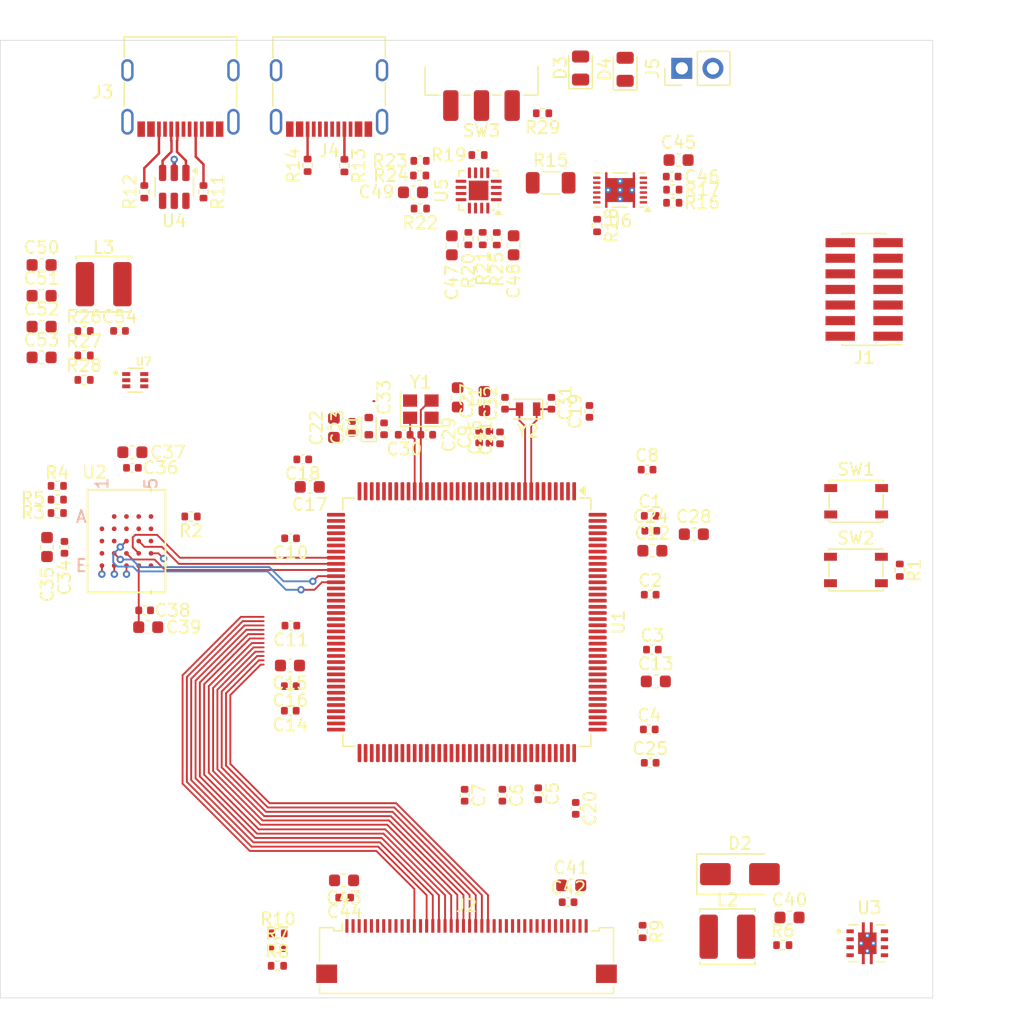
<source format=kicad_pcb>
(kicad_pcb (version 20241229) (generator "pcbnew") (generator_version "9.0")
  (layers (0 "F.Cu" signal) (2 "B.Cu" signal) (13 "F.Paste" user) (15 "B.Paste" user) (5 "F.SilkS" user "F.Silkscreen") (7 "B.SilkS" user "B.Silkscreen") (1 "F.Mask" user) (3 "B.Mask" user) (25 "Edge.Cuts" user))
  (net 0 "")
  (net 1 "GND")
  (net 2 "VDD_MCU")
  (net 3 "VDD_SMPS")
  (net 4 "GNDA")
  (net 5 "VDDA")
  (net 6 "VBAT")
  (net 7 "VDDUSB")
  (net 8 "VDDDSI")
  (net 9 "VREFP")
  (net 10 "V11")
  (net 11 "/MCU/RCC_OSC_IN")
  (net 12 "/MCU/RCC_OSC_OUT")
  (net 13 "/MCU/RCC_OSC32_IN")
  (net 14 "/MCU/RCC_OSC32_OUT")
  (net 15 "/MCU/NRST")
  (net 16 "+3V3")
  (net 17 "/DISPLAY/LED_A")
  (net 18 "BAT_IN")
  (net 19 "+1V8")
  (net 20 "VBUS")
  (net 21 "VOUT")
  (net 22 "+5V")
  (net 23 "VIN")
  (net 24 "Net-(D2-A)")
  (net 25 "Net-(D3-K)")
  (net 26 "Net-(D4-K)")
  (net 29 "/MCU/VCP_TX")
  (net 31 "/MCU/VCP_RX")
  (net 33 "/MCU/SWO")
  (net 34 "/MCU/SWCLK")
  (net 36 "/MCU/SWDIO")
  (net 37 "/DISPLAY/LCD_G5")
  (net 38 "/DISPLAY/LCD_VSYNC")
  (net 39 "/DISPLAY/LCD_SPI_CS")
  (net 40 "/DISPLAY/CTP_INT")
  (net 41 "/DISPLAY/LCD_B6")
  (net 42 "/DISPLAY/LCD_G2")
  (net 43 "/DISPLAY/LCD_B3")
  (net 44 "/DISPLAY/LCD_SPI_CLK")
  (net 45 "/DISPLAY/LCD_R7")
  (net 46 "/DISPLAY/LCD_R5")
  (net 47 "/DISPLAY/LCD_R3")
  (net 48 "/DISPLAY/LCD_B5")
  (net 49 "/DISPLAY/LCD_HSYNC")
  (net 50 "/DISPLAY/LCD_G3")
  (net 51 "/DISPLAY/LCD_B7")
  (net 52 "/DISPLAY/CTP_SCL")
  (net 53 "/DISPLAY/LCD_B4")
  (net 55 "/DISPLAY/LCD_DE")
  (net 56 "/DISPLAY/CTP_RST")
  (net 57 "/DISPLAY/LCD_SPI_DAT")
  (net 58 "/DISPLAY/LCD_G7")
  (net 59 "/DISPLAY/LCD_R4")
  (net 60 "/DISPLAY/LCD_R6")
  (net 61 "/DISPLAY/LCD_G6")
  (net 62 "/DISPLAY/LED_K")
  (net 63 "/DISPLAY/CTP_SDA")
  (net 64 "/DISPLAY/LCD_PCLK")
  (net 65 "/DISPLAY/LCD_G4")
  (net 67 "/DISPLAY/LCD_RST")
  (net 68 "VLX_SMPS")
  (net 69 "Net-(U7-SW)")
  (net 70 "/MCU/BOOT0")
  (net 71 "/OCTOSPI/~{ECS}")
  (net 72 "/MCU/~{OSPI_CS}")
  (net 73 "/MCU/OSPI_SCLK")
  (net 74 "/DISPLAY/FB")
  (net 75 "Net-(J3-CC1)")
  (net 76 "Net-(J3-CC2)")
  (net 77 "Net-(J4-CC1)")
  (net 78 "Net-(J4-CC2)")
  (net 79 "/USB/GAUGE_SDA")
  (net 80 "/USB/GAUGE_SCL")
  (net 81 "/USB/GPOUT")
  (net 82 "/USB/~{CE}")
  (net 83 "Net-(U5-TMR)")
  (net 84 "Net-(U5-ISET)")
  (net 85 "Net-(U5-ILIM)")
  (net 86 "Net-(U5-~{PGOOD})")
  (net 87 "Net-(U5-~{CHG})")
  (net 88 "Net-(U5-TS)")
  (net 89 "Net-(U7-EN)")
  (net 90 "Net-(U7-FB)")
  (net 91 "Net-(SW3-A)")
  (net 92 "/USB/SYSOFF")
  (net 97 "/MCU/SIO2")
  (net 100 "/MCU/SIO6")
  (net 105 "/MCU/SIO4")
  (net 126 "/MCU/SIO5")
  (net 127 "/MCU/SIO3")
  (net 144 "/MCU/SIO1")
  (net 152 "/MCU/SIO0")
  (net 156 "/MCU/SIO7")
  (net 172 "/OCTOSPI/~{RESET}")
  (net 173 "/OCTOSPI/DQS")
  (net 179 "/USB/USB_CN_D-")
  (net 180 "/USB/USB_D+")
  (net 181 "/USB/USB_D-")
  (net 182 "/USB/USB_CN_D+")
  (net 183 "/USB/EN1")
  (net 184 "/USB/EN2")
  (net 187 "/USB/TS")
  (net 197 "/DISPLAY/BL_EN")
  (net 198 "Net-(U2-~{CS})")
  (net 199 "Net-(U2-SCLK)")
  (footprint "Resistor_SMD:R_0402_1005Metric" (layer "F.Cu") (at 138.4554 70.5358 -90)
    (property "Reference" "R18")
    (property "Value" "2K2")
  )
  (footprint "Capacitor_SMD:C_0603_1608Metric" (layer "F.Cu") (at 93.1802 76.26)
    (property "Reference" "C51")
    (property "Value" "22uF")
  )
  (footprint "Resistor_SMD:R_0402_1005Metric" (layer "F.Cu") (at 94.4586 93.9546)
    (property "Reference" "R3")
    (property "Value" "33R")
  )
  (footprint "Resistor_SMD:R_0402_1005Metric" (layer "F.Cu") (at 129.1336 71.6026 -90)
    (property "Reference" "R21")
    (property "Value" "590R")
  )
  (footprint "Connector_USB:USB_C_Receptacle_G-Switch_GT-USB-7010ASV" (layer "F.Cu") (at 116.6114 58.9616 180)
    (property "Reference" "J4")
    (property "Value" "USB_C_Receptacle_USB2.0_16P")
  )
  (footprint "Capacitor_SMD:C_0603_1608Metric" (layer "F.Cu") (at 154.1402 126.8984)
    (property "Reference" "C40")
    (property "Value" "4.7uF")
  )
  (footprint "Capacitor_SMD:C_0603_1608Metric" (layer "F.Cu") (at 113.423 106.3736 180)
    (property "Reference" "C15")
    (property "Value" "10uF")
  )
  (footprint "Capacitor_SMD:C_0603_1608Metric" (layer "F.Cu") (at 136.3472 124.2822)
    (property "Reference" "C41")
    (property "Value" "4.7uF")
  )
  (footprint "Resistor_SMD:R_0402_1005Metric" (layer "F.Cu") (at 112.397 130.8354)
    (property "Reference" "R8")
    (property "Value" "2K2")
  )
  (footprint "LED_SMD:LED_0805_2012Metric" (layer "F.Cu") (at 140.7414 57.8104 90)
    (property "Reference" "D4")
    (property "Value" "LED_RED")
  )
  (footprint "Capacitor_SMD:C_0402_1005Metric" (layer "F.Cu") (at 113.4992 103.1224 180)
    (property "Reference" "C11")
    (property "Value" "100nF")
  )
  (footprint "Crystal:Crystal_SMD_2520-4Pin_2.5x2.0mm" (layer "F.Cu") (at 124.0882 85.4948)
    (property "Reference" "Y1")
    (property "Value" "16MHz")
  )
  (footprint "Inductor_SMD:L_0603_1608Metric" (layer "F.Cu") (at 127.0882 84.5296 -90)
    (property "Reference" "L1")
    (property "Value" "2.2uH")
  )
  (footprint "Capacitor_SMD:C_0402_1005Metric" (layer "F.Cu") (at 142.9632 105.0782)
    (property "Reference" "C3")
    (property "Value" "100nF")
  )
  (footprint "Capacitor_SMD:C_0402_1005Metric" (layer "F.Cu") (at 136.0932 125.6538)
    (property "Reference" "C42")
    (property "Value" "100nF")
  )
  (footprint "Connector_PinHeader_1.27mm:PinHeader_2x07_P1.27mm_Vertical_SMD" (layer "F.Cu") (at 160.2232 75.7428 180)
    (property "Reference" "J1")
    (property "Value" "Conn_ST_STDC14")
  )
  (footprint "Capacitor_SMD:C_0402_1005Metric" (layer "F.Cu") (at 113.4484 108.05 180)
    (property "Reference" "C16")
    (property "Value" "100nF")
  )
  (footprint "Resistor_SMD:R_0402_1005Metric" (layer "F.Cu") (at 128.7526 64.7954)
    (property "Reference" "R19")
    (property "Value" "100K")
  )
  (footprint "Capacitor_SMD:C_0603_1608Metric" (layer "F.Cu") (at 142.9632 97.0264)
    (property "Reference" "C12")
    (property "Value" "10uF")
  )
  (footprint "Capacitor_SMD:C_0402_1005Metric" (layer "F.Cu") (at 137.8324 85.6752 90)
    (property "Reference" "C19")
    (property "Value" "100nF")
  )
  (footprint "Capacitor_SMD:C_0603_1608Metric" (layer "F.Cu") (at 93.1802 73.75)
    (property "Reference" "C50")
    (property "Value" "22uF")
  )
  (footprint "Capacitor_SMD:C_0402_1005Metric" (layer "F.Cu") (at 142.7854 94.1816)
    (property "Reference" "C1")
    (property "Value" "100nF")
  )
  (footprint "Capacitor_SMD:C_0402_1005Metric" (layer "F.Cu") (at 124.571 87.5776)
    (property "Reference" "C29")
    (property "Value" "12pF")
  )
  (footprint "Capacitor_SMD:C_0402_1005Metric" (layer "F.Cu") (at 136.7148 118.0094 -90)
    (property "Reference" "C20")
    (property "Value" "100nF")
  )
  (footprint "Resistor_SMD:R_0402_1005Metric" (layer "F.Cu") (at 127.9652 71.6026 -90)
    (property "Reference" "R20")
    (property "Value" "18K")
  )
  (footprint "Capacitor_SMD:C_0603_1608Metric" (layer "F.Cu") (at 129.2726 84.8344 90)
    (property "Reference" "C27")
    (property "Value" "2.2uF")
  )
  (footprint "Resistor_SMD:R_0402_1005Metric" (layer "F.Cu") (at 117.8614 65.659 -90)
    (property "Reference" "R13")
    (property "Value" "5K1")
  )
  (footprint "Resistor_SMD:R_0402_1005Metric" (layer "F.Cu") (at 163.1266 98.611 -90)
    (property "Reference" "R1")
    (property "Value" "10K")
  )
  (footprint "Capacitor_SMD:C_0603_1608Metric" (layer "F.Cu") (at 131.6522 72.1463 -90)
    (property "Reference" "C48")
    (property "Value" "10uF")
  )
  (footprint "Capacitor_SMD:C_0603_1608Metric" (layer "F.Cu") (at 143.2426 107.669)
    (property "Reference" "C13")
    (property "Value" "4.7uF")
  )
  (footprint "Capacitor_SMD:C_0402_1005Metric" (layer "F.Cu") (at 142.7854 114.2984)
    (property "Reference" "C25")
    (property "Value" "100nF")
  )
  (footprint "Capacitor_SMD:C_0402_1005Metric" (layer "F.Cu") (at 101.5766 101.8794)
    (property "Reference" "C38")
    (property "Value" "100nF")
  )
  (footprint "Resistor_SMD:R_0402_1005Metric" (layer "F.Cu") (at 144.6256 68.6816 180)
    (property "Reference" "R16")
    (property "Value" "2K2")
  )
  (footprint "Resistor_SMD:R_0402_1005Metric" (layer "F.Cu") (at 105.3612 94.234 180)
    (property "Reference" "R2")
    (property "Value" "10K")
  )
  (footprint "Capacitor_SMD:C_0603_1608Metric" (layer "F.Cu") (at 117.0044 87.0188 90)
    (property "Reference" "C22")
    (property "Value" "1uF")
  )
  (footprint "Capacitor_SMD:C_0402_1005Metric" (layer "F.Cu") (at 114.467 89.5842 180)
    (property "Reference" "C18")
    (property "Value" "100nF")
  )
  (footprint "TPS61042DRBT:IC_DRV8601DRBT" (layer "F.Cu") (at 160.4802 128.9968)
    (property "Reference" "U3")
    (property "Value" "TPS61042DRBT")
  )
  (footprint "Capacitor_SMD:C_0402_1005Metric" (layer "F.Cu") (at 142.8336 95.4008)
    (property "Reference" "C24")
    (property "Value" "100nF")
  )
  (footprint "Resistor_SMD:R_0402_1005Metric" (layer "F.Cu") (at 124.0242 65.2677 180)
    (property "Reference" "R23")
    (property "Value" "180R")
  )
  (footprint "Connector_FFC-FPC:Omron_XF2M-4015-1A_1x40-1MP_P0.5mm_Horizontal" (layer "F.Cu") (at 127.8144 129.6342)
    (property "Reference" "J2")
    (property "Value" "LCD_ST7701s")
  )
  (footprint "Button_Switch_SMD:SW_SPDT_CK_JS102011SAQN" (layer "F.Cu") (at 129.032 58.0156 180)
    (property "Reference" "SW3")
    (property "Value" "SW_SPDT")
  )
  (footprint "Capacitor_SMD:C_0402_1005Metric" (layer "F.Cu") (at 130.7338 116.9416 -90)
    (property "Reference" "C6")
    (property "Value" "100nF")
  )
  (footprint "Capacitor_SMD:C_0402_1005Metric" (layer "F.Cu") (at 142.5314 90.4224)
    (property "Reference" "C8")
    (property "Value" "100nF")
  )
  (footprint "Crystal:Crystal_SMD_2012-2Pin_2.0x1.2mm" (layer "F.Cu") (at 132.8286 85.4948 180)
    (property "Reference" "Y2")
    (property "Value" "32.768KHz")
  )
  (footprint "Capacitor_SMD:C_0603_1608Metric" (layer "F.Cu") (at 100.58 89.0016 180)
    (property "Reference" "C37")
    (property "Value" "4.7uF")
  )
  (footprint "Resistor_SMD:R_0402_1005Metric" (layer "F.Cu") (at 123.9948 66.4615 180)
    (property "Reference" "R24")
    (property "Value" "1K")
  )
  (footprint "Capacitor_SMD:C_0402_1005Metric" (layer "F.Cu") (at 130.949 85.0148 90)
    (property "Reference" "C32")
    (property "Value" "12pF")
  )
  (footprint "Capacitor_SMD:C_0603_1608Metric" (layer "F.Cu") (at 93.1802 78.77)
    (property "Reference" "C52")
    (property "Value" "22uF")
  )
  (footprint "Capacitor_SMD:C_0603_1608Metric" (layer "F.Cu") (at 126.619 72.149 -90)
    (property "Reference" "C47")
    (property "Value" "1uF")
  )
  (footprint "Resistor_SMD:R_0402_1005Metric" (layer "F.Cu") (at 112.3716 129.3876)
    (property "Reference" "R7")
    (property "Value" "2K2")
  )
  (footprint "Resistor_SMD:R_0402_1005Metric" (layer "F.Cu") (at 94.4586 92.8624)
    (property "Reference" "R5")
    (property "Value" "10K")
  )
  (footprint "Capacitor_SMD:C_0603_1608Metric" (layer "F.Cu") (at 117.8306 123.8758 180)
    (property "Reference" "C43")
    (property "Value" "4.7uF")
  )
  (footprint "Capacitor_SMD:C_0402_1005Metric" (layer "F.Cu") (at 142.7854 100.6078)
    (property "Reference" "C2")
    (property "Value" "100nF")
  )
  (footprint "Package_SON:Texas_S-PDSO-N12" (layer "F.Cu") (at 140.33 67.6482 180)
    (property "Reference" "U6")
    (property "Value" "BQ27441DRZR-G1A")
  )
  (footprint "LED_SMD:LED_0805_2012Metric" (layer "F.Cu") (at 137.1092 57.7088 90)
    (property "Reference" "D3")
    (property "Value" "LED_GREEN")
  )
  (footprint "Capacitor_SMD:C_0402_1005Metric" (layer "F.Cu") (at 144.5742 66.548)
    (property "Reference" "C46")
    (property "Value" "0.47uF")
  )
  (footprint "Capacitor_SMD:C_0402_1005Metric" (layer "F.Cu") (at 130.5426 87.8316 90)
    (property "Reference" "C21")
    (property "Value" "100nF")
  )
  (footprint "Resistor_SMD:R_0402_1005Metric" (layer "F.Cu") (at 114.8614 65.6336 -90)
    (property "Reference" "R14")
    (property "Value" "5K1")
  )
  (footprint "Capacitor_SMD:C_0402_1005Metric" (layer "F.Cu") (at 121.0938 87.0976 90)
    (property "Reference" "C33")
    (property "Value" "100nF")
  )
  (footprint "Button_Switch_SMD:SW_SPST_PTS810" (layer "F.Cu") (at 159.553 98.5938)
    (property "Reference" "SW2")
    (property "Value" "SW_Push")
  )
  (footprint "Capacitor_SMD:C_0402_1005Metric" (layer "F.Cu") (at 122.7332 87.5776 180)
    (property "Reference" "C30")
    (property "Value" "12pF")
  )
  (footprint "Capacitor_SMD:C_0402_1005Metric" (layer "F.Cu") (at 128.8408 87.7554 90)
    (property "Reference" "C9")
    (property "Value" "100nF")
  )
  (footprint "Capacitor_SMD:C_0603_1608Metric" (layer "F.Cu") (at 93.1802 81.28)
    (property "Reference" "C53")
    (property "Value" "10uF")
  )
  (footprint "Button_Switch_SMD:SW_SPST_PTS810" (layer "F.Cu") (at 159.5706 92.9976)
    (property "Reference" "SW1")
    (property "Value" "SW_Push")
  )
  (footprint "Resistor_SMD:R_0402_1005Metric" (layer "F.Cu") (at 106.3752 67.7906 -90)
    (property "Reference" "R11")
    (property "Value" "5K1")
  )
  (footprint "Package_DFN_QFN:VQFN-16-1EP_3x3mm_P0.5mm_EP1.6x1.6mm" (layer "F.Cu") (at 128.7994 67.6807 180)
    (property "Reference" "U5")
    (property "Value" "BQ24075RGT")
  )
  (footprint "Resistor_SMD:R_0402_1005Metric" (layer "F.Cu") (at 94.4586 91.7448 180)
    (property "Reference" "R4")
    (property "Value" "33R")
  )
  (footprint "Connector_USB:USB_C_Receptacle_G-Switch_GT-USB-7010ASV" (layer "F.Cu") (at 104.4936 58.9616 180)
    (property "Reference" "J3")
    (property "Value" "USB_C_Receptacle_USB2.0_16P")
  )
  (footprint "Capacitor_SMD:C_0402_1005Metric" (layer "F.Cu") (at 118.4776 86.9706 90)
    (property "Reference" "C23")
    (property "Value" "100nF")
  )
  (footprint "Capacitor_SMD:C_0402_1005Metric" (layer "F.Cu") (at 117.8814 125.2728 180)
    (property "Reference" "C44")
    (property "Value" "100nF")
  )
  (footprint "Resistor_SMD:R_0402_1005Metric" (layer "F.Cu") (at 96.6402 79.13)
    (property "Reference" "R26")
    (property "Value" "100K")
  )
  (footprint "Package_QFP:LQFP-144_20x20mm_P0.5mm" (layer "F.Cu") (at 127.8382 102.8446 -90)
    (property "Reference" "U1")
    (property "Value" "STM32U5G9ZJTxQ")
  )
  (footprint "Resistor_SMD:R_0402_1005Metric" (layer "F.Cu") (at 142.1638 128.0414 -90)
    (property "Reference" "R9")
    (property "Value" "10K")
  )
  (footprint "Capacitor_SMD:C_0402_1005Metric" (layer "F.Cu") (at 113.4738 96.0104 180)
    (property "Reference" "C10")
    (property "Value" "100nF")
  )
  (footprint "Capacitor_SMD:C_0402_1005Metric" (layer "F.Cu") (at 129.679 87.7808 90)
    (property "Reference" "C26")
    (property "Value" "100nF")
  )
  (footprint "MX66LM1G45GXDI00:CSP24BGA_MAC-M" (layer "F.Cu") (at 100.0966 96.2381)
    (property "Reference" "U2")
    (property "Value" "MX66LM1G45GXDI00")
  )
  (footprint "Resistor_SMD:R_0402_1005Metric" (layer "F.Cu") (at 96.6402 81.12)
    (property "Reference" "R27")
    (property "Value" "732K")
  )
  (footprint "Capacitor_SMD:C_0603_1608Metric" (layer "F.Cu") (at 145.0978 65.2018)
    (property "Reference" "C45")
    (property "Value" "1uF")
  )
  (footprint "Capacitor_SMD:C_0402_1005Metric" (layer "F.Cu") (at 127.6604 116.9416 -90)
    (property "Reference" "C7")
    (property "Value" "100nF")
  )
  (footprint "Capacitor_SMD:C_0402_1005Metric" (layer "F.Cu") (at 100.58 90.2716 180)
    (property "Reference" "C36")
    (property "Value" "100nF")
  )
  (footprint "Capacitor_SMD:C_0402_1005Metric" (layer "F.Cu") (at 133.6548 116.8172 -90)
    (property "Reference" "C5")
    (property "Value" "100nF")
  )
  (footprint "TPS61023DRLT:SOT50P160X60-6N" (layer "F.Cu") (at 100.8126 83.1342)
    (property "Reference" "U7")
    (property "Value" "TPS61023DRLT")
  )
  (footprint "Diode_SMD:D_SOD-523" (layer "F.Cu") (at 119.8492 86.8776 90)
    (property "Reference" "D1")
    (property "Value" "ESD5Zxx")
  )
  (footprint "Capacitor_SMD:C_0603_1608Metric" (layer "F.Cu") (at 123.4504 67.8331 180)
    (property "Reference" "C49")
    (property "Value" "10uF")
  )
  (footprint "Capacitor_SMD:C_0402_1005Metric" (layer "F.Cu") (at 142.7092 111.5806)
    (property "Reference" "C4")
    (property "Value" "100nF")
  )
  (footprint "Capacitor_SMD:C_0402_1005Metric" (layer "F.Cu") (at 95.0428 96.7486 90)
    (property "Reference" "C34")
    (property "Value" "100nF")
  )
  (footprint "Capacitor_SMD:C_0603_1608Metric" (layer "F.Cu") (at 93.6204 96.7232 90)
    (property "Reference" "C35")
    (property "Value" "4.7uF")
  )
  (footprint "Diode_SMD:D_SMA" (layer "F.Cu") (at 150.0952 123.3684)
    (property "Reference" "D2")
    (property "Value" "STPS1L40M")
  )
  (footprint "Resistor_SMD:R_1206_3216Metric" (layer "F.Cu") (at 134.6708 67.056)
    (property "Reference" "R15")
    (property "Value" "0.01R")
  )
  (footprint "Resistor_SMD:R_0402_1005Metric" (layer "F.Cu") (at 101.5492 67.7906 -90)
    (property "Reference" "R12")
    (property "Value" "5K1")
  )
  (footprint "Capacitor_SMD:C_0603_1608Metric" (layer "F.Cu") (at 101.8716 103.251)
    (property "Reference" "C39")
    (property "Value" "4.7uF")
  )
  (footprint "Connector_PinHeader_2.54mm:PinHeader_1x02_P2.54mm_Vertical" (layer "F.Cu") (at 145.3592 57.7342 90)
    (property "Reference" "J5")
    (property "Value" "Conn_01x02")
  )
  (footprint "Capacitor_SMD:C_0603_1608Metric" (layer "F.Cu") (at 146.3414 95.6802)
    (property "Reference" "C28")
    (property "Value" "2.2uF")
  )
  (footprint "Capacitor_SMD:C_0402_1005Metric" (layer "F.Cu") (at 99.5302 79.12)
    (property "Reference" "C54")
    (property "Value" "100nF")
  )
  (footprint "Resistor_SMD:R_0402_1005Metric" (layer "F.Cu") (at 130.2806 71.6149 90)
    (property "Reference" "R25")
    (property "Value" "10K")
  )
  (footprint "Resistor_SMD:R_0402_1005Metric" (layer "F.Cu") (at 153.5902 129.1484)
    (property "Reference" "R6")
    (property "Value" "6R2")
  )
  (footprint "Resistor_SMD:R_0402_1005Metric" (layer "F.Cu") (at 144.6276 67.6148 180)
    (property "Reference" "R17")
    (property "Value" "2K2")
  )
  (footprint "Capacitor_SMD:C_0402_1005Metric" (layer "F.Cu") (at 113.4484 110.0566 180)
    (property "Reference" "C14")
    (property "Value" "100nF")
  )
  (footprint "Resistor_SMD:R_0402_1005Metric" (layer "F.Cu") (at 134.0104 61.3918 180)
    (property "Reference" "R29")
    (property "Value" "100K")
  )
  (footprint "Inductor_SMD:L_Abracon_ASPI-0425" (layer "F.Cu") (at 149.0802 128.4634)
    (property "Reference" "L2")
    (property "Value" "4.7uH")
  )
  (footprint "Capacitor_SMD:C_0603_1608Metric" (layer "F.Cu") (at 115.037 91.8242 180)
    (property "Reference" "C17")
    (property "Value" "1uF")
  )
  (footprint "Resistor_SMD:R_0402_1005Metric" (layer "F.Cu") (at 112.4478 128.1938)
    (property "Reference" "R10")
    (property "Value" "10K")
  )
  (footprint "Resistor_SMD:R_0402_1005Metric" (layer "F.Cu") (at 124.0476 69.1539 180)
    (property "Reference" "R22")
    (property "Value" "1.1K")
  )
  (footprint "Package_TO_SOT_SMD:SOT-23-6" (layer "F.Cu") (at 103.9936 67.3862 -90)
    (property "Reference" "U4")
    (property "Value" "USBLC6-2SC6")
  )
  (footprint "Capacitor_SMD:C_0402_1005Metric" (layer "F.Cu") (at 134.7336 85.0148 90)
    (property "Reference" "C31")
    (property "Value" "12pF")
  )
  (footprint "Inductor_SMD:L_Abracon_ASPI-0425" (layer "F.Cu") (at 98.2402 75.315)
    (property "Reference" "L3")
    (property "Value" "1uH")
  )
  (footprint "Resistor_SMD:R_0402_1005Metric" (layer "F.Cu") (at 96.6402 83.11)
    (property "Reference" "R28")
    (property "Value" "100K")
  )
  (gr_line (start 89.8144 55.4482) (end 165.8144 55.4482) (stroke (width 0.05)) (layer "Edge.Cuts"))
  (gr_line (start 89.8144 133.4482) (end 165.8144 133.4482) (stroke (width 0.05)) (layer "Edge.Cuts"))
  (gr_line (start 165.8144 133.4482) (end 165.8144 55.4482) (stroke (width 0.05)) (layer "Edge.Cuts"))
  (gr_line (start 89.8144 133.4482) (end 89.8144 55.4482) (stroke (width 0.05)) (layer "Edge.Cuts"))
  (segment (start 103.9936 66.2487) (end 103.9936 65.157) (width 0.3) (layer "F.Cu") (net 1))
  (segment (start 103.9936 65.157) (end 103.9876 65.151) (width 0.3) (layer "F.Cu") (net 1))
  (via (at 103.9876 65.151) (size 0.6) (drill 0.3) (layers "F.Cu" "B.Cu") (net 1))
  (segment (start 124.091 85.571) (end 124.091 87.5776) (width 0.15) (layer "F.Cu") (net 11))
  (segment (start 124.8672 84.7948) (end 124.091 85.571) (width 0.15) (layer "F.Cu") (net 11))
  (segment (start 124.0882 87.5804) (end 124.091 87.5776) (width 0.15) (layer "F.Cu") (net 11))
  (segment (start 120.3136 84.8417) (end 120.2176 84.8417) (width 0.15) (layer "F.Cu") (net 11))
  (segment (start 124.0882 92.1821) (end 124.0882 87.5804) (width 0.15) (layer "F.Cu") (net 11))
  (segment (start 123.2132 86.1948) (end 123.2132 87.5776) (width 0.15) (layer "F.Cu") (net 12))
  (segment (start 123.5882 87.9526) (end 123.2132 87.5776) (width 0.15) (layer "F.Cu") (net 12))
  (segment (start 123.5882 92.1821) (end 123.5882 87.9526) (width 0.15) (layer "F.Cu") (net 12))
  (segment (start 133.0882 92.1821) (end 133.0882 86.8354) (width 0.15) (layer "F.Cu") (net 13))
  (segment (start 133.0882 86.8354) (end 133.5286 86.395) (width 0.15) (layer "F.Cu") (net 13))
  (segment (start 133.5286 86.395) (end 133.5286 85.4948) (width 0.15) (layer "F.Cu") (net 13))
  (segment (start 133.5286 85.4948) (end 134.7336 85.4948) (width 0.15) (layer "F.Cu") (net 13))
  (segment (start 132.1286 85.4948) (end 130.949 85.4948) (width 0.15) (layer "F.Cu") (net 14))
  (segment (start 132.1286 86.4204) (end 132.1286 85.4948) (width 0.15) (layer "F.Cu") (net 14))
  (segment (start 132.5882 92.1821) (end 132.5882 86.88) (width 0.15) (layer "F.Cu") (net 14))
  (segment (start 132.5882 86.88) (end 132.1286 86.4204) (width 0.15) (layer "F.Cu") (net 14))
  (segment (start 101.0966 103.251) (end 101.0966 101.8794) (width 0.15) (layer "F.Cu") (net 16))
  (segment (start 101.0966 101.8794) (end 101.0966 98.2381) (width 0.15) (layer "F.Cu") (net 16))
  (segment (start 109.865831 103.468771) (end 111.2774 103.468771) (width 0.15) (layer "F.Cu") (net 37))
  (segment (start 120.90193 120.41933) (end 110.589532 120.41933) (width 0.15) (layer "F.Cu") (net 37))
  (segment (start 105.729371 115.559169) (end 105.729371 107.605231) (width 0.15) (layer "F.Cu") (net 37))
  (segment (start 105.729371 107.605231) (end 109.865831 103.468771) (width 0.15) (layer "F.Cu") (net 37))
  (segment (start 125.5644 125.0818) (end 120.90193 120.41933) (width 0.15) (layer "F.Cu") (net 37))
  (segment (start 110.589532 120.41933) (end 105.729371 115.559169) (width 0.15) (layer "F.Cu") (net 37))
  (segment (start 125.5644 127.5842) (end 125.5644 125.0818) (width 0.15) (layer "F.Cu") (net 37))
  (segment (start 127.0644 125.0578) (end 121.3483 119.3417) (width 0.15) (layer "F.Cu") (net 42))
  (segment (start 111.0359 119.3417) (end 106.807 115.1128) (width 0.15) (layer "F.Cu") (net 42))
  (segment (start 106.807 108.0516) (end 110.3122 104.5464) (width 0.15) (layer "F.Cu") (net 42))
  (segment (start 106.807 115.1128) (end 106.807 108.0516) (width 0.15) (layer "F.Cu") (net 42))
  (segment (start 121.3483 119.3417) (end 111.0359 119.3417) (width 0.15) (layer "F.Cu") (net 42))
  (segment (start 127.0644 127.5842) (end 127.0644 125.0578) (width 0.15) (layer "F.Cu") (net 42))
  (segment (start 110.3122 104.5464) (end 111.2774 104.5464) (width 0.15) (layer "F.Cu") (net 42))
  (segment (start 104.669701 107.166301) (end 109.426901 102.409101) (width 0.15) (layer "F.Cu") (net 43))
  (segment (start 123.5644 127.5842) (end 123.5644 124.5804) (width 0.15) (layer "F.Cu") (net 43))
  (segment (start 120.463 121.479) (end 110.150602 121.479) (width 0.15) (layer "F.Cu") (net 43))
  (segment (start 123.5644 124.5804) (end 120.463 121.479) (width 0.15) (layer "F.Cu") (net 43))
  (segment (start 110.150602 121.479) (end 104.669701 115.998099) (width 0.15) (layer "F.Cu") (net 43))
  (segment (start 104.669701 115.998099) (end 104.669701 107.166301) (width 0.15) (layer "F.Cu") (net 43))
  (segment (start 109.426901 102.409101) (end 111.2774 102.409101) (width 0.15) (layer "F.Cu") (net 43))
  (segment (start 111.181288 118.9907) (end 107.157999 114.967411) (width 0.15) (layer "F.Cu") (net 45))
  (segment (start 107.157999 108.196989) (end 110.457589 104.897399) (width 0.15) (layer "F.Cu") (net 45))
  (segment (start 121.493689 118.9907) (end 111.181288 118.9907) (width 0.15) (layer "F.Cu") (net 45))
  (segment (start 107.157999 114.967411) (end 107.157999 108.196989) (width 0.15) (layer "F.Cu") (net 45))
  (segment (start 110.457589 104.897399) (end 111.2774 104.897399) (width 0.15) (layer "F.Cu") (net 45))
  (segment (start 127.5644 127.5842) (end 127.5644 125.061411) (width 0.15) (layer "F.Cu") (net 45))
  (segment (start 127.5644 125.061411) (end 121.493689 118.9907) (width 0.15) (layer "F.Cu") (net 45))
  (segment (start 128.5644 127.5842) (end 128.5644 125.068633) (width 0.15) (layer "F.Cu") (net 46))
  (segment (start 107.859999 108.487767) (end 110.748367 105.599399) (width 0.15) (layer "F.Cu") (net 46))
  (segment (start 111.472066 118.2887) (end 107.859999 114.676633) (width 0.15) (layer "F.Cu") (net 46))
  (segment (start 121.784467 118.2887) (end 111.472066 118.2887) (width 0.15) (layer "F.Cu") (net 46))
  (segment (start 110.748367 105.599399) (end 111.2774 105.599399) (width 0.15) (layer "F.Cu") (net 46))
  (segment (start 128.5644 125.068633) (end 121.784467 118.2887) (width 0.15) (layer "F.Cu") (net 46))
  (segment (start 107.859999 114.676633) (end 107.859999 108.487767) (width 0.15) (layer "F.Cu") (net 46))
  (segment (start 129.5644 127.5842) (end 129.5644 125.075855) (width 0.15) (layer "F.Cu") (net 47))
  (segment (start 108.561999 108.778545) (end 111.039145 106.301399) (width 0.15) (layer "F.Cu") (net 47))
  (segment (start 108.561999 114.385855) (end 108.561999 108.778545) (width 0.15) (layer "F.Cu") (net 47))
  (segment (start 111.039145 106.301399) (end 111.2774 106.301399) (width 0.15) (layer "F.Cu") (net 47))
  (segment (start 122.075245 117.5867) (end 111.762844 117.5867) (width 0.15) (layer "F.Cu") (net 47))
  (segment (start 111.762844 117.5867) (end 108.561999 114.385855) (width 0.15) (layer "F.Cu") (net 47))
  (segment (start 129.5644 125.075855) (end 122.075245 117.5867) (width 0.15) (layer "F.Cu") (net 47))
  (segment (start 106.43137 107.896008) (end 110.156608 104.17077) (width 0.15) (layer "F.Cu") (net 50))
  (segment (start 110.880308 119.71733) (end 106.43137 115.268392) (width 0.15) (layer "F.Cu") (net 50))
  (segment (start 126.5644 125.089022) (end 121.192708 119.71733) (width 0.15) (layer "F.Cu") (net 50))
  (segment (start 110.156608 104.17077) (end 111.2774 104.17077) (width 0.15) (layer "F.Cu") (net 50))
  (segment (start 126.5644 127.5842) (end 126.5644 125.089022) (width 0.15) (layer "F.Cu") (net 50))
  (segment (start 121.192708 119.71733) (end 110.880308 119.71733) (width 0.15) (layer "F.Cu") (net 50))
  (segment (start 106.43137 115.268392) (end 106.43137 107.896008) (width 0.15) (layer "F.Cu") (net 50))
  (segment (start 105.0207 107.31169) (end 109.57229 102.7601) (width 0.15) (layer "F.Cu") (net 58))
  (segment (start 124.5644 125.084011) (end 120.608389 121.128) (width 0.15) (layer "F.Cu") (net 58))
  (segment (start 120.608389 121.128) (end 110.29599 121.128) (width 0.15) (layer "F.Cu") (net 58))
  (segment (start 105.0207 115.85271) (end 105.0207 107.31169) (width 0.15) (layer "F.Cu") (net 58))
  (segment (start 110.29599 121.128) (end 105.0207 115.85271) (width 0.15) (layer "F.Cu") (net 58))
  (segment (start 124.5644 127.5842) (end 124.5644 125.084011) (width 0.15) (layer "F.Cu") (net 58))
  (segment (start 109.57229 102.7601) (end 111.2774 102.7601) (width 0.15) (layer "F.Cu") (net 58))
  (segment (start 108.211001 108.633157) (end 110.893757 105.950401) (width 0.15) (layer "F.Cu") (net 59))
  (segment (start 129.0644 127.5842) (end 129.0644 125.072244) (width 0.15) (layer "F.Cu") (net 59))
  (segment (start 110.893757 105.950401) (end 111.2774 105.950401) (width 0.15) (layer "F.Cu") (net 59))
  (segment (start 121.929855 117.937699) (end 111.617457 117.937699) (width 0.15) (layer "F.Cu") (net 59))
  (segment (start 129.0644 125.072244) (end 121.929855 117.937699) (width 0.15) (layer "F.Cu") (net 59))
  (segment (start 108.211001 114.531243) (end 108.211001 108.633157) (width 0.15) (layer "F.Cu") (net 59))
  (segment (start 111.617457 117.937699) (end 108.211001 114.531243) (width 0.15) (layer "F.Cu") (net 59))
  (segment (start 128.0644 125.065022) (end 121.639078 118.6397) (width 0.15) (layer "F.Cu") (net 60))
  (segment (start 111.326678 118.6397) (end 107.509 114.822022) (width 0.15) (layer "F.Cu") (net 60))
  (segment (start 110.602978 105.2484) (end 111.2774 105.2484) (width 0.15) (layer "F.Cu") (net 60))
  (segment (start 121.639078 118.6397) (end 111.326678 118.6397) (width 0.15) (layer "F.Cu") (net 60))
  (segment (start 107.509 108.342378) (end 110.602978 105.2484) (width 0.15) (layer "F.Cu") (net 60))
  (segment (start 107.509 114.822022) (end 107.509 108.342378) (width 0.15) (layer "F.Cu") (net 60))
  (segment (start 128.0644 127.5842) (end 128.0644 125.065022) (width 0.15) (layer "F.Cu") (net 60))
  (segment (start 125.0644 127.5842) (end 125.0644 125.087622) (width 0.15) (layer "F.Cu") (net 61))
  (segment (start 105.371701 107.457079) (end 109.717679 103.111101) (width 0.15) (layer "F.Cu") (net 61))
  (segment (start 109.717679 103.111101) (end 111.2774 103.111101) (width 0.15) (layer "F.Cu") (net 61))
  (segment (start 105.371701 115.707321) (end 105.371701 107.457079) (width 0.15) (layer "F.Cu") (net 61))
  (segment (start 110.44138 120.777) (end 105.371701 115.707321) (width 0.15) (layer "F.Cu") (net 61))
  (segment (start 125.0644 125.087622) (end 120.753778 120.777) (width 0.15) (layer "F.Cu") (net 61))
  (segment (start 120.753778 120.777) (end 110.44138 120.777) (width 0.15) (layer "F.Cu") (net 61))
  (segment (start 121.04732 120.068331) (end 110.734919 120.068331) (width 0.15) (layer "F.Cu") (net 65))
  (segment (start 110.011219 103.819769) (end 111.2774 103.819769) (width 0.15) (layer "F.Cu") (net 65))
  (segment (start 110.734919 120.068331) (end 106.080369 115.413781) (width 0.15) (layer "F.Cu") (net 65))
  (segment (start 126.0644 127.5842) (end 126.0644 125.085411) (width 0.15) (layer "F.Cu") (net 65))
  (segment (start 106.080369 107.750619) (end 110.011219 103.819769) (width 0.15) (layer "F.Cu") (net 65))
  (segment (start 126.0644 125.085411) (end 121.04732 120.068331) (width 0.15) (layer "F.Cu") (net 65))
  (segment (start 106.080369 115.413781) (end 106.080369 107.750619) (width 0.15) (layer "F.Cu") (net 65))
  (segment (start 106.3752 65.5574) (end 105.7436 64.9258) (width 0.2) (layer "F.Cu") (net 75))
  (segment (start 105.7436 64.9258) (end 105.7436 62.6866) (width 0.2) (layer "F.Cu") (net 75))
  (segment (start 106.3752 67.2806) (end 106.3752 65.5574) (width 0.2) (layer "F.Cu") (net 75))
  (segment (start 102.7436 64.6678) (end 102.7436 62.6866) (width 0.2) (layer "F.Cu") (net 76))
  (segment (start 101.5492 65.8622) (end 102.7436 64.6678) (width 0.2) (layer "F.Cu") (net 76))
  (segment (start 101.5492 67.2806) (end 101.5492 65.8622) (width 0.2) (layer "F.Cu") (net 76))
  (segment (start 117.8614 65.149) (end 117.8614 62.6866) (width 0.2) (layer "F.Cu") (net 77))
  (segment (start 114.8614 65.1236) (end 114.8614 62.6866) (width 0.2) (layer "F.Cu") (net 78))
  (segment (start 102.9784 96.7046) (end 101.5631 96.7046) (width 0.15) (layer "F.Cu") (net 97))
  (segment (start 117.1757 98.0946) (end 104.3684 98.0946) (width 0.15) (layer "F.Cu") (net 97))
  (segment (start 101.5631 96.7046) (end 101.0966 96.2381) (width 0.15) (layer "F.Cu") (net 97))
  (segment (start 103.700187 97.426387) (end 103.700187 97.424225) (width 0.15) (layer "F.Cu") (net 97))
  (segment (start 103.360613 97.086813) (end 102.9784 96.7046) (width 0.15) (layer "F.Cu") (net 97))
  (segment (start 104.3684 98.0946) (end 103.700187 97.426387) (width 0.15) (layer "F.Cu") (net 97))
  (segment (start 103.362775 97.086813) (end 103.360613 97.086813) (width 0.15) (layer "F.Cu") (net 97))
  (segment (start 103.700187 97.424225) (end 103.362775 97.086813) (width 0.15) (layer "F.Cu") (net 97))
  (segment (start 99.0966 98.2381) (end 99.0966 98.9188) (width 0.15) (layer "F.Cu") (net 100))
  (segment (start 99.0966 98.9188) (end 99.1108 98.933) (width 0.15) (layer "F.Cu") (net 100))
  (via (at 99.1108 98.933) (size 0.6) (drill 0.3) (layers "F.Cu" "B.Cu") (net 100))
  (segment (start 102.0966 97.2381) (end 102.699474 97.2381) (width 0.15) (layer "F.Cu") (net 105))
  (segment (start 102.699474 97.2381) (end 103.124187 97.662813) (width 0.15) (layer "F.Cu") (net 105))
  (via (at 103.124187 97.662813) (size 0.6) (drill 0.3) (layers "F.Cu" "B.Cu") (net 105))
  (segment (start 100.0966 98.2381) (end 100.0966 98.9282) (width 0.15) (layer "F.Cu") (net 126))
  (segment (start 100.0966 98.9282) (end 100.1014 98.933) (width 0.15) (layer "F.Cu") (net 126))
  (via (at 100.1014 98.933) (size 0.6) (drill 0.3) (layers "F.Cu" "B.Cu") (net 126))
  (segment (start 100.6094 95.9358) (end 100.6094 96.7509) (width 0.15) (layer "F.Cu") (net 127))
  (segment (start 104.4526 97.5946) (end 102.5906 95.7326) (width 0.15) (layer "F.Cu") (net 127))
  (segment (start 102.5906 95.7326) (end 100.8126 95.7326) (width 0.15) (layer "F.Cu") (net 127))
  (segment (start 100.8126 95.7326) (end 100.6094 95.9358) (width 0.15) (layer "F.Cu") (net 127))
  (segment (start 100.6094 96.7509) (end 101.0966 97.2381) (width 0.15) (layer "F.Cu") (net 127))
  (segment (start 117.1757 97.5946) (end 104.4526 97.5946) (width 0.15) (layer "F.Cu") (net 127))
  (segment (start 117.1757 99.0946) (end 115.7132 99.0946) (width 0.15) (layer "F.Cu") (net 144))
  (segment (start 99.0966 97.2424) (end 99.5934 97.7392) (width 0.15) (layer "F.Cu") (net 144))
  (segment (start 99.0966 97.2381) (end 99.0966 97.2424) (width 0.15) (layer "F.Cu") (net 144))
  (segment (start 115.7132 99.0946) (end 115.2906 99.5172) (width 0.15) (layer "F.Cu") (net 144))
  (via (at 115.2906 99.5172) (size 0.6) (drill 0.3) (layers "F.Cu" "B.Cu") (net 144))
  (via (at 99.5934 97.7392) (size 0.6) (drill 0.3) (layers "F.Cu" "B.Cu") (net 144))
  (segment (start 115.2906 99.5172) (end 112.903 99.5172) (width 0.15) (layer "B.Cu") (net 144))
  (segment (start 112.903 99.5172) (end 111.7428 98.357) (width 0.15) (layer "B.Cu") (net 144))
  (segment (start 111.7428 98.357) (end 101.1764 98.357) (width 0.15) (layer "B.Cu") (net 144))
  (segment (start 101.1764 98.357) (end 100.5586 97.7392) (width 0.15) (layer "B.Cu") (net 144))
  (segment (start 100.5586 97.7392) (end 99.5934 97.7392) (width 0.15) (layer "B.Cu") (net 144))
  (segment (start 117.1757 98.5946) (end 103.2428 98.5946) (width 0.15) (layer "F.Cu") (net 152))
  (segment (start 100.5977 97.7392) (end 100.0966 97.2381) (width 0.15) (layer "F.Cu") (net 152))
  (segment (start 102.3874 97.7392) (end 100.5977 97.7392) (width 0.15) (layer "F.Cu") (net 152))
  (segment (start 103.2428 98.5946) (end 102.3874 97.7392) (width 0.15) (layer "F.Cu") (net 152))
  (segment (start 98.0966 98.2381) (end 98.0966 98.9312) (width 0.15) (layer "F.Cu") (net 156))
  (segment (start 98.0966 98.9312) (end 98.0948 98.933) (width 0.15) (layer "F.Cu") (net 156))
  (via (at 98.0948 98.933) (size 0.6) (drill 0.3) (layers "F.Cu" "B.Cu") (net 156))
  (segment (start 100.0966 96.2381) (end 100.0785 96.2381) (width 0.15) (layer "F.Cu") (net 173))
  (segment (start 100.0785 96.2381) (end 99.5934 96.7232) (width 0.15) (layer "F.Cu") (net 173))
  (segment (start 114.3254 100.203) (end 115.419388 100.203) (width 0.15) (layer "F.Cu") (net 173))
  (segment (start 116.027788 99.5946) (end 117.1757 99.5946) (width 0.15) (layer "F.Cu") (net 173))
  (segment (start 115.419388 100.203) (end 116.027788 99.5946) (width 0.15) (layer "F.Cu") (net 173))
  (via (at 99.5934 96.7232) (size 0.6) (drill 0.3) (layers "F.Cu" "B.Cu") (net 173))
  (via (at 114.3254 100.203) (size 0.6) (drill 0.3) (layers "F.Cu" "B.Cu") (net 173))
  (segment (start 100.6212 98.3152) (end 99.354812 98.3152) (width 0.15) (layer "B.Cu") (net 173))
  (segment (start 99.354812 98.3152) (end 99.0174 97.977788) (width 0.15) (layer "B.Cu") (net 173))
  (segment (start 99.0174 97.977788) (end 99.0174 97.2992) (width 0.15) (layer "B.Cu") (net 173))
  (segment (start 114.3254 100.203) (end 113.092411 100.203) (width 0.15) (layer "B.Cu") (net 173))
  (segment (start 101.014 98.708) (end 100.6212 98.3152) (width 0.15) (layer "B.Cu") (net 173))
  (segment (start 113.092411 100.203) (end 111.597412 98.708) (width 0.15) (layer "B.Cu") (net 173))
  (segment (start 99.0174 97.2992) (end 99.5934 96.7232) (width 0.15) (layer "B.Cu") (net 173))
  (segment (start 111.597412 98.708) (end 101.014 98.708) (width 0.15) (layer "B.Cu") (net 173))
  (segment (start 104.2186 63.641601) (end 104.2186 64.529949) (width 0.2) (layer "F.Cu") (net 179))
  (segment (start 104.2186 64.529949) (end 104.9436 65.254949) (width 0.2) (layer "F.Cu") (net 179))
  (segment (start 104.9436 65.254949) (end 104.9436 66.2487) (width 0.2) (layer "F.Cu") (net 179))
  (segment (start 104.2436 63.616601) (end 104.2186 63.641601) (width 0.2) (layer "F.Cu") (net 179))
  (segment (start 104.2436 62.6866) (end 104.2436 63.616601) (width 0.2) (layer "F.Cu") (net 179))
  (segment (start 103.3866 64.902057) (end 103.3866 64.911949) (width 0.2) (layer "F.Cu") (net 182))
  (segment (start 103.3866 64.911949) (end 103.0436 65.254949) (width 0.2) (layer "F.Cu") (net 182))
  (segment (start 103.0436 65.254949) (end 103.0436 66.2487) (width 0.2) (layer "F.Cu") (net 182))
  (segment (start 103.7686 64.520057) (end 103.3866 64.902057) (width 0.2) (layer "F.Cu") (net 182))
  (segment (start 103.7686 63.641601) (end 103.7686 64.520057) (width 0.2) (layer "F.Cu") (net 182))
  (segment (start 103.7436 62.6866) (end 103.7436 63.616601) (width 0.2) (layer "F.Cu") (net 182))
  (segment (start 103.7436 63.616601) (end 103.7686 63.641601) (width 0.2) (layer "F.Cu") (net 182))
)
</source>
